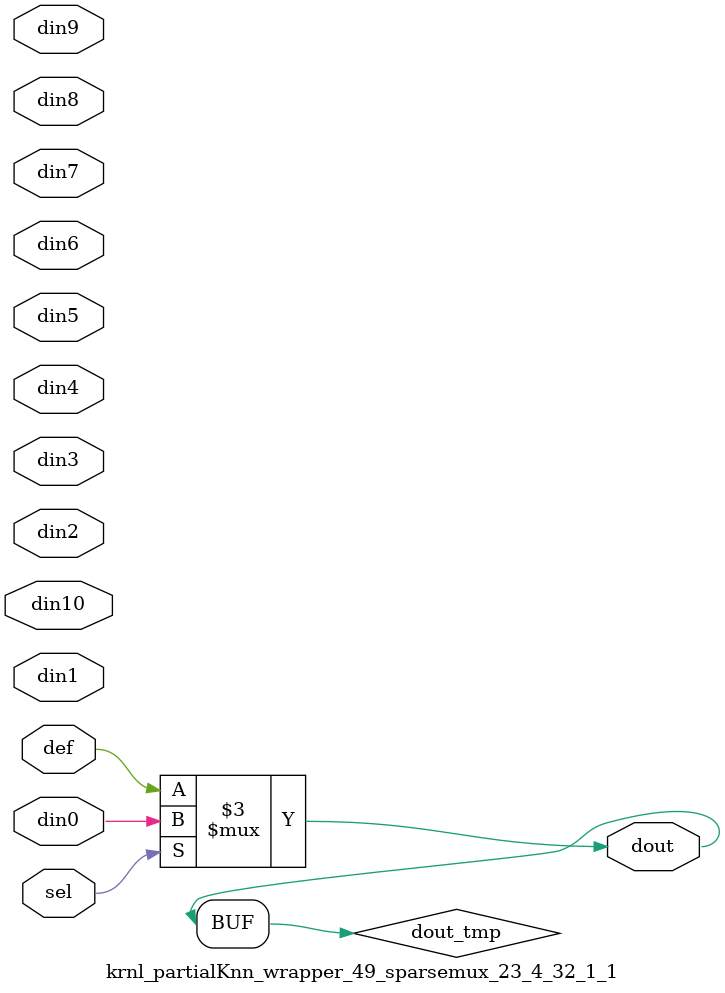
<source format=v>
`timescale 1 ns / 1 ps
module krnl_partialKnn_wrapper_49_sparsemux_23_4_32_1_1 (din0,din1,din2,din3,din4,din5,din6,din7,din8,din9,din10,def,sel,dout);
parameter din0_WIDTH = 1;
parameter din1_WIDTH = 1;
parameter din2_WIDTH = 1;
parameter din3_WIDTH = 1;
parameter din4_WIDTH = 1;
parameter din5_WIDTH = 1;
parameter din6_WIDTH = 1;
parameter din7_WIDTH = 1;
parameter din8_WIDTH = 1;
parameter din9_WIDTH = 1;
parameter din10_WIDTH = 1;
parameter def_WIDTH = 1;
parameter sel_WIDTH = 1;
parameter dout_WIDTH = 1;
parameter [sel_WIDTH-1:0] CASE0 = 1;
parameter [sel_WIDTH-1:0] CASE1 = 1;
parameter [sel_WIDTH-1:0] CASE2 = 1;
parameter [sel_WIDTH-1:0] CASE3 = 1;
parameter [sel_WIDTH-1:0] CASE4 = 1;
parameter [sel_WIDTH-1:0] CASE5 = 1;
parameter [sel_WIDTH-1:0] CASE6 = 1;
parameter [sel_WIDTH-1:0] CASE7 = 1;
parameter [sel_WIDTH-1:0] CASE8 = 1;
parameter [sel_WIDTH-1:0] CASE9 = 1;
parameter [sel_WIDTH-1:0] CASE10 = 1;
parameter ID = 1;
parameter NUM_STAGE = 1;
input [din0_WIDTH-1:0] din0;
input [din1_WIDTH-1:0] din1;
input [din2_WIDTH-1:0] din2;
input [din3_WIDTH-1:0] din3;
input [din4_WIDTH-1:0] din4;
input [din5_WIDTH-1:0] din5;
input [din6_WIDTH-1:0] din6;
input [din7_WIDTH-1:0] din7;
input [din8_WIDTH-1:0] din8;
input [din9_WIDTH-1:0] din9;
input [din10_WIDTH-1:0] din10;
input [def_WIDTH-1:0] def;
input [sel_WIDTH-1:0] sel;
output [dout_WIDTH-1:0] dout;
reg [dout_WIDTH-1:0] dout_tmp;
always @ (*) begin
case (sel)
    
    CASE0 : dout_tmp = din0;
    
    CASE1 : dout_tmp = din1;
    
    CASE2 : dout_tmp = din2;
    
    CASE3 : dout_tmp = din3;
    
    CASE4 : dout_tmp = din4;
    
    CASE5 : dout_tmp = din5;
    
    CASE6 : dout_tmp = din6;
    
    CASE7 : dout_tmp = din7;
    
    CASE8 : dout_tmp = din8;
    
    CASE9 : dout_tmp = din9;
    
    CASE10 : dout_tmp = din10;
    
    default : dout_tmp = def;
endcase
end
assign dout = dout_tmp;
endmodule
</source>
